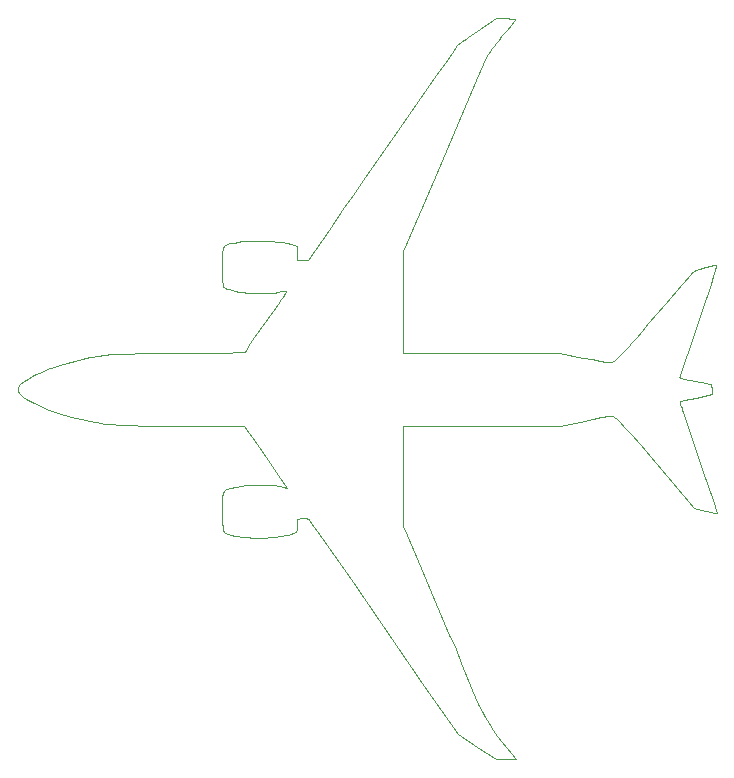
<source format=gm1>
%TF.GenerationSoftware,KiCad,Pcbnew,(6.99.0-2452-gdb4f2d9dd8)*%
%TF.CreationDate,2022-07-19T11:44:13+04:00*%
%TF.ProjectId,787,3738372e-6b69-4636-9164-5f7063625858,rev?*%
%TF.SameCoordinates,Original*%
%TF.FileFunction,Profile,NP*%
%FSLAX46Y46*%
G04 Gerber Fmt 4.6, Leading zero omitted, Abs format (unit mm)*
G04 Created by KiCad (PCBNEW (6.99.0-2452-gdb4f2d9dd8)) date 2022-07-19 11:44:13*
%MOMM*%
%LPD*%
G01*
G04 APERTURE LIST*
%TA.AperFunction,Profile*%
%ADD10C,0.050000*%
%TD*%
G04 APERTURE END LIST*
D10*
X145506458Y-64691627D02*
X145670755Y-64695763D01*
X145807452Y-64702792D01*
X145916593Y-64712724D01*
X145960845Y-64718781D01*
X145998226Y-64725567D01*
X146028742Y-64733083D01*
X146052398Y-64741331D01*
X146069200Y-64750311D01*
X146079155Y-64760025D01*
X146081566Y-64765157D01*
X146082267Y-64770473D01*
X146078543Y-64781658D01*
X146044564Y-64827433D01*
X145969302Y-64922831D01*
X145713979Y-65239067D01*
X145350672Y-65683521D01*
X144917479Y-66209346D01*
X144693210Y-66483133D01*
X144479197Y-66749207D01*
X144280465Y-67000983D01*
X144102042Y-67231876D01*
X143948953Y-67435300D01*
X143826224Y-67604670D01*
X143738884Y-67733401D01*
X143710055Y-67780468D01*
X143691957Y-67814907D01*
X143375223Y-68549681D01*
X142784231Y-69937046D01*
X139299017Y-78082115D01*
X136600000Y-84375209D01*
X136600000Y-93000000D01*
X149830858Y-93000000D01*
X151792341Y-93401523D01*
X152573156Y-93558123D01*
X153249146Y-93687685D01*
X153747962Y-93776746D01*
X153908321Y-93801882D01*
X153997255Y-93811843D01*
X154041041Y-93812962D01*
X154083436Y-93812523D01*
X154125254Y-93809683D01*
X154167307Y-93803601D01*
X154210409Y-93793434D01*
X154255371Y-93778339D01*
X154303008Y-93757475D01*
X154354132Y-93729999D01*
X154409557Y-93695070D01*
X154470095Y-93651844D01*
X154536559Y-93599479D01*
X154609762Y-93537134D01*
X154690517Y-93463966D01*
X154779637Y-93379133D01*
X154877935Y-93281792D01*
X154986225Y-93171101D01*
X155105318Y-93046218D01*
X155236028Y-92906301D01*
X155379169Y-92750508D01*
X155535552Y-92577995D01*
X155705991Y-92387922D01*
X155891299Y-92179445D01*
X156309774Y-91703913D01*
X156797480Y-91144660D01*
X157360920Y-90494948D01*
X158741022Y-88897197D01*
X160210940Y-87190595D01*
X160964350Y-86309993D01*
X161002885Y-86265303D01*
X161041700Y-86224030D01*
X161061508Y-86204537D01*
X161081740Y-86185732D01*
X161102516Y-86167559D01*
X161123952Y-86149964D01*
X161146167Y-86132890D01*
X161169279Y-86116283D01*
X161193407Y-86100087D01*
X161218668Y-86084247D01*
X161245180Y-86068707D01*
X161273063Y-86053411D01*
X161302433Y-86038305D01*
X161333409Y-86023333D01*
X161400653Y-85993569D01*
X161475738Y-85963676D01*
X161559610Y-85933210D01*
X161653215Y-85901728D01*
X161757497Y-85868787D01*
X161873403Y-85833943D01*
X162001876Y-85796753D01*
X162143862Y-85756774D01*
X162332844Y-85705269D01*
X162510866Y-85658937D01*
X162673910Y-85618671D01*
X162817956Y-85585361D01*
X162938985Y-85559898D01*
X163032977Y-85543175D01*
X163095913Y-85536081D01*
X163114479Y-85536424D01*
X163123774Y-85539508D01*
X163123444Y-85570077D01*
X163106408Y-85647383D01*
X163019762Y-85949658D01*
X162858924Y-86461228D01*
X162618985Y-87196989D01*
X161882163Y-89400664D01*
X160770014Y-92679844D01*
X160458899Y-93602108D01*
X160208169Y-94361410D01*
X160043411Y-94879107D01*
X160001268Y-95022778D01*
X159990213Y-95076557D01*
X160108509Y-95108124D01*
X160405761Y-95175947D01*
X161302703Y-95370475D01*
X162212171Y-95560363D01*
X162525083Y-95622386D01*
X162665300Y-95645832D01*
X162667362Y-95646391D01*
X162669399Y-95648050D01*
X162671406Y-95650781D01*
X162673382Y-95654558D01*
X162677231Y-95665137D01*
X162680924Y-95679568D01*
X162684440Y-95697632D01*
X162687760Y-95719108D01*
X162690861Y-95743779D01*
X162693724Y-95771425D01*
X162696327Y-95801826D01*
X162698651Y-95834764D01*
X162700673Y-95870019D01*
X162702375Y-95907373D01*
X162703734Y-95946605D01*
X162704731Y-95987497D01*
X162705344Y-96029829D01*
X162705553Y-96073383D01*
X162705553Y-96500934D01*
X161365297Y-96781574D01*
X160842666Y-96892779D01*
X160410416Y-96988106D01*
X160113455Y-97057415D01*
X160029741Y-97079145D01*
X159996691Y-97090568D01*
X159995655Y-97093221D01*
X159995461Y-97098214D01*
X159997522Y-97114982D01*
X160002725Y-97140386D01*
X160010920Y-97173942D01*
X160035689Y-97263571D01*
X160070633Y-97379991D01*
X160114555Y-97519323D01*
X160166260Y-97677691D01*
X160224551Y-97851217D01*
X160288233Y-98036022D01*
X162009727Y-103097766D01*
X162809109Y-105494748D01*
X163146044Y-106547058D01*
X163145000Y-106552326D01*
X163141838Y-106556852D01*
X163136585Y-106560639D01*
X163129265Y-106563694D01*
X163119904Y-106566019D01*
X163108528Y-106567620D01*
X163095163Y-106568503D01*
X163079834Y-106568671D01*
X163043388Y-106566882D01*
X162999395Y-106562292D01*
X162948061Y-106554939D01*
X162889590Y-106544860D01*
X162824189Y-106532095D01*
X162752062Y-106516679D01*
X162673416Y-106498653D01*
X162588454Y-106478052D01*
X162497384Y-106454915D01*
X162400409Y-106429281D01*
X162297736Y-106401187D01*
X162189569Y-106370670D01*
X162189569Y-106370678D01*
X161232615Y-106096881D01*
X158954966Y-103451046D01*
X156624271Y-100751026D01*
X155861152Y-99878019D01*
X155308499Y-99259717D01*
X154923049Y-98848646D01*
X154661537Y-98597333D01*
X154480700Y-98458305D01*
X154337275Y-98384090D01*
X154318243Y-98376899D01*
X154297750Y-98370567D01*
X154275590Y-98365122D01*
X154251555Y-98360595D01*
X154225439Y-98357017D01*
X154197034Y-98354417D01*
X154132530Y-98352277D01*
X154056388Y-98354415D01*
X153966950Y-98361076D01*
X153862562Y-98372501D01*
X153741566Y-98388933D01*
X153602307Y-98410614D01*
X153443128Y-98437787D01*
X153262374Y-98470695D01*
X153058388Y-98509580D01*
X152574096Y-98606251D01*
X151977003Y-98729740D01*
X149853872Y-99173618D01*
X136599997Y-99173618D01*
X136599997Y-107694202D01*
X136903440Y-108438943D01*
X138086281Y-111221916D01*
X140504019Y-116867083D01*
X140778756Y-117462986D01*
X141037921Y-118058534D01*
X141523291Y-119245656D01*
X142458476Y-121583600D01*
X142704923Y-122156275D01*
X142963309Y-122722767D01*
X143237072Y-123282349D01*
X143529651Y-123834293D01*
X143844484Y-124377869D01*
X144185010Y-124912350D01*
X144554667Y-125437006D01*
X144956896Y-125951110D01*
X146112635Y-127351743D01*
X144459570Y-127402103D01*
X142842951Y-126344608D01*
X141226332Y-125287110D01*
X138398603Y-121204148D01*
X132150461Y-112182297D01*
X129700827Y-108655346D01*
X128614412Y-107111118D01*
X128606474Y-107102499D01*
X128598048Y-107094255D01*
X128589119Y-107086385D01*
X128579676Y-107078884D01*
X128569703Y-107071752D01*
X128559189Y-107064985D01*
X128548119Y-107058581D01*
X128536479Y-107052538D01*
X128524257Y-107046853D01*
X128511440Y-107041523D01*
X128498012Y-107036548D01*
X128483963Y-107031923D01*
X128469276Y-107027646D01*
X128453940Y-107023716D01*
X128421266Y-107016884D01*
X128385831Y-107011408D01*
X128347528Y-107007267D01*
X128306251Y-107004442D01*
X128261891Y-107002915D01*
X128214340Y-107002665D01*
X128163492Y-107003673D01*
X128109239Y-107005920D01*
X128051474Y-107009386D01*
X127604170Y-107039947D01*
X127602919Y-107538553D01*
X127601322Y-107640720D01*
X127597278Y-107739914D01*
X127591057Y-107833686D01*
X127582929Y-107919589D01*
X127573165Y-107995172D01*
X127562037Y-108057989D01*
X127556046Y-108083844D01*
X127549816Y-108105590D01*
X127543380Y-108122919D01*
X127536772Y-108135526D01*
X127513595Y-108161740D01*
X127478801Y-108188180D01*
X127376672Y-108241394D01*
X127235009Y-108294494D01*
X127058434Y-108346804D01*
X126851572Y-108397648D01*
X126619045Y-108446352D01*
X126365478Y-108492238D01*
X126095494Y-108534633D01*
X125813717Y-108572859D01*
X125524769Y-108606242D01*
X125233276Y-108634106D01*
X124943859Y-108655775D01*
X124661144Y-108670574D01*
X124389752Y-108677828D01*
X124134309Y-108676860D01*
X123899437Y-108666996D01*
X123350861Y-108624176D01*
X122868673Y-108571546D01*
X122652440Y-108541544D01*
X122452763Y-108509078D01*
X122269629Y-108474147D01*
X122103023Y-108436746D01*
X121952932Y-108396873D01*
X121819342Y-108354523D01*
X121702239Y-108309693D01*
X121601610Y-108262381D01*
X121517441Y-108212583D01*
X121449719Y-108160295D01*
X121398429Y-108105514D01*
X121363558Y-108048236D01*
X121353961Y-108019827D01*
X121344527Y-107977555D01*
X121335309Y-107922246D01*
X121326358Y-107854722D01*
X121309468Y-107686326D01*
X121294273Y-107478957D01*
X121281190Y-107239206D01*
X121270635Y-106973661D01*
X121263026Y-106688913D01*
X121258780Y-106391552D01*
X121256268Y-105784324D01*
X121259724Y-105537656D01*
X121268485Y-105325002D01*
X121284171Y-105143398D01*
X121308406Y-104989883D01*
X121324237Y-104922733D01*
X121342812Y-104861493D01*
X121364336Y-104805794D01*
X121389011Y-104755266D01*
X121417039Y-104709538D01*
X121448625Y-104668239D01*
X121483969Y-104631000D01*
X121523276Y-104597449D01*
X121566747Y-104567218D01*
X121614586Y-104539934D01*
X121666995Y-104515229D01*
X121724178Y-104492731D01*
X121853673Y-104452878D01*
X122004695Y-104417411D01*
X122377804Y-104347786D01*
X122929058Y-104261155D01*
X123197587Y-104227090D01*
X123461920Y-104199190D01*
X123722458Y-104177456D01*
X123979604Y-104161888D01*
X124233759Y-104152485D01*
X124485325Y-104149247D01*
X124734705Y-104152174D01*
X124982299Y-104161265D01*
X125228510Y-104176520D01*
X125473741Y-104197940D01*
X125718391Y-104225524D01*
X125962865Y-104259271D01*
X126207563Y-104299181D01*
X126452887Y-104345254D01*
X126743599Y-104403396D01*
X125985849Y-103309864D01*
X125145533Y-102091059D01*
X124189272Y-100696342D01*
X123150450Y-99176357D01*
X118022467Y-99174980D01*
X114728521Y-99161606D01*
X113563968Y-99140822D01*
X112636178Y-99106302D01*
X111881513Y-99054791D01*
X111236336Y-98983034D01*
X110637008Y-98887779D01*
X110019893Y-98765770D01*
X109395116Y-98626849D01*
X108789765Y-98478109D01*
X108206722Y-98320827D01*
X107648868Y-98156281D01*
X107119084Y-97985751D01*
X106620251Y-97810515D01*
X106155251Y-97631851D01*
X105726966Y-97451037D01*
X105338276Y-97269352D01*
X104992063Y-97088075D01*
X104691208Y-96908484D01*
X104438593Y-96731858D01*
X104237099Y-96559474D01*
X104089607Y-96392612D01*
X103998999Y-96232550D01*
X103975927Y-96155468D01*
X103968156Y-96080566D01*
X103977143Y-95998635D01*
X104003807Y-95914433D01*
X104047699Y-95828146D01*
X104108373Y-95739959D01*
X104185380Y-95650057D01*
X104278273Y-95558625D01*
X104386604Y-95465849D01*
X104509926Y-95371914D01*
X104647792Y-95277006D01*
X104799753Y-95181308D01*
X105144173Y-94988289D01*
X105539604Y-94794339D01*
X105982467Y-94600940D01*
X106469180Y-94409574D01*
X106996164Y-94221723D01*
X107559837Y-94038869D01*
X108156619Y-93862494D01*
X108782929Y-93694081D01*
X109435188Y-93535111D01*
X110109813Y-93387067D01*
X110803226Y-93251430D01*
X111160035Y-93189900D01*
X111335898Y-93164513D01*
X111521220Y-93142333D01*
X111724368Y-93123074D01*
X111953707Y-93106453D01*
X112217602Y-93092183D01*
X112524420Y-93079982D01*
X112882526Y-93069565D01*
X113300286Y-93060645D01*
X114348229Y-93046165D01*
X115735176Y-93034264D01*
X117528051Y-93022667D01*
X119731027Y-93003315D01*
X121532485Y-92975977D01*
X122748350Y-92944258D01*
X123079160Y-92927882D01*
X123194544Y-92911762D01*
X123208648Y-92878266D01*
X123250114Y-92806507D01*
X123410056Y-92555621D01*
X123664213Y-92173944D01*
X124002429Y-91676313D01*
X124890418Y-90392552D01*
X125992779Y-88823051D01*
X126276932Y-88413943D01*
X126399046Y-88232841D01*
X126504011Y-88073299D01*
X126588949Y-87939762D01*
X126650980Y-87836672D01*
X126687225Y-87768475D01*
X126694777Y-87748849D01*
X126694803Y-87739612D01*
X126692380Y-87737812D01*
X126688988Y-87736269D01*
X126684652Y-87734979D01*
X126679401Y-87733939D01*
X126666261Y-87732594D01*
X126649785Y-87732207D01*
X126630190Y-87732751D01*
X126607694Y-87734199D01*
X126582513Y-87736524D01*
X126554865Y-87739698D01*
X126524967Y-87743695D01*
X126493036Y-87748487D01*
X126459291Y-87754048D01*
X126423948Y-87760350D01*
X126387224Y-87767366D01*
X126349336Y-87775069D01*
X126310503Y-87783431D01*
X126270941Y-87792427D01*
X125977116Y-87850063D01*
X125652887Y-87894202D01*
X125304432Y-87925357D01*
X124937932Y-87944047D01*
X124559565Y-87950787D01*
X124175511Y-87946094D01*
X123791950Y-87930483D01*
X123415060Y-87904472D01*
X123051022Y-87868576D01*
X122706013Y-87823312D01*
X122386215Y-87769196D01*
X122097806Y-87706745D01*
X121846966Y-87636475D01*
X121639874Y-87558901D01*
X121482709Y-87474541D01*
X121424780Y-87429977D01*
X121381651Y-87383911D01*
X121373178Y-87371652D01*
X121365064Y-87357651D01*
X121357301Y-87341825D01*
X121349884Y-87324089D01*
X121336060Y-87282554D01*
X121323543Y-87232375D01*
X121312283Y-87172880D01*
X121302230Y-87103399D01*
X121293333Y-87023260D01*
X121285543Y-86931792D01*
X121278810Y-86828324D01*
X121273084Y-86712185D01*
X121268315Y-86582704D01*
X121264452Y-86439210D01*
X121259248Y-86107497D01*
X121257071Y-85711677D01*
X121257359Y-85267028D01*
X121260834Y-84913120D01*
X121268602Y-84637666D01*
X121281764Y-84428381D01*
X121290714Y-84344713D01*
X121301426Y-84272979D01*
X121314039Y-84211646D01*
X121328691Y-84159175D01*
X121345520Y-84114033D01*
X121364663Y-84074683D01*
X121386259Y-84039590D01*
X121410446Y-84007217D01*
X121462865Y-83954273D01*
X121531660Y-83904022D01*
X121616002Y-83856493D01*
X121715060Y-83811718D01*
X121954006Y-83730548D01*
X122241857Y-83660755D01*
X122571972Y-83602582D01*
X122937710Y-83556273D01*
X123332431Y-83522070D01*
X123749492Y-83500217D01*
X124182254Y-83490957D01*
X124624075Y-83494533D01*
X125068315Y-83511188D01*
X125508332Y-83541165D01*
X125937486Y-83584708D01*
X126349136Y-83642059D01*
X126736640Y-83713462D01*
X127093359Y-83799160D01*
X127596689Y-83937088D01*
X127622526Y-84521839D01*
X127648363Y-85106594D01*
X128089334Y-85131885D01*
X128530306Y-85157180D01*
X130294195Y-82591137D01*
X131619734Y-80670278D01*
X132329721Y-79655426D01*
X133398264Y-78124900D01*
X135585871Y-74964229D01*
X139378504Y-69496173D01*
X140102529Y-68462895D01*
X140708468Y-67588649D01*
X140883166Y-67336927D01*
X140960681Y-67230490D01*
X141035734Y-67133526D01*
X141111395Y-67043427D01*
X141190734Y-66957584D01*
X141276822Y-66873390D01*
X141372729Y-66788236D01*
X141481526Y-66699515D01*
X141606282Y-66604619D01*
X141750068Y-66500939D01*
X141915954Y-66385868D01*
X142107011Y-66256798D01*
X142326309Y-66111121D01*
X142861910Y-65759513D01*
X144493505Y-64691375D01*
X145314512Y-64690376D01*
X145506458Y-64691627D01*
M02*

</source>
